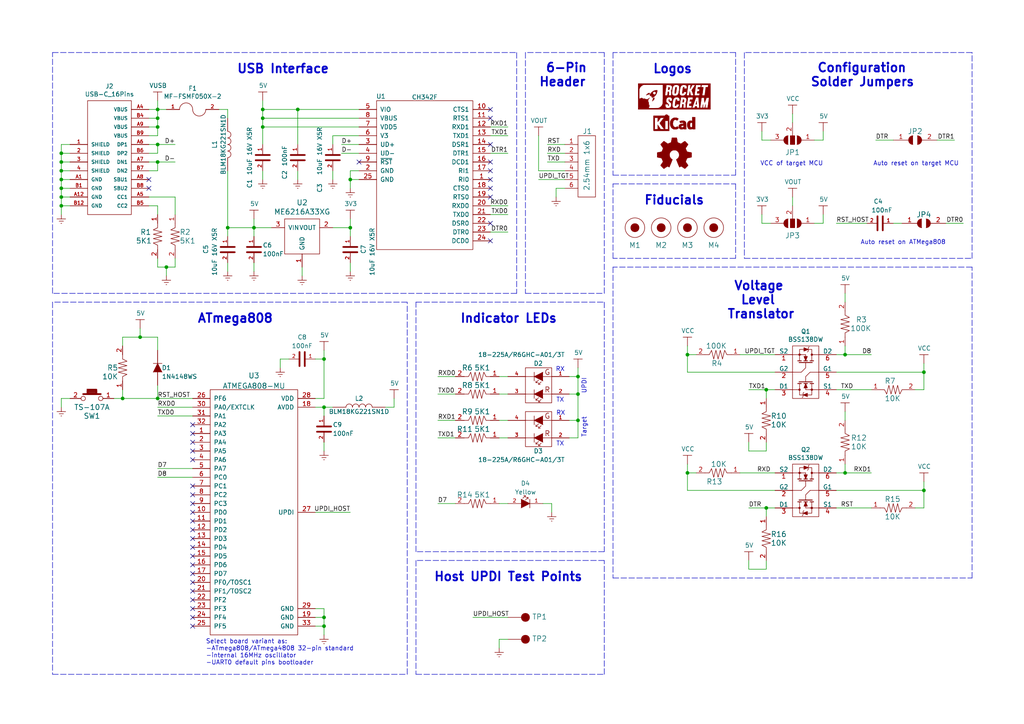
<source format=kicad_sch>
(kicad_sch (version 20211123) (generator eeschema)
  (paper "A4")
  (title_block (title "UPDI-USB-SERIAL") (date "2022-07-17") (rev "2.00") (company "Rocket Scream Electronics"))
  (junction (at 17.78 46.99))
  (junction (at 66.04 66.04))
  (junction (at 48.26 77.47))
  (junction (at 17.78 57.15))
  (junction (at 199.39 102.87))
  (junction (at 17.78 49.53))
  (junction (at 167.64 114.3))
  (junction (at 93.98 118.11))
  (junction (at 245.11 137.16))
  (junction (at 267.97 142.24))
  (junction (at 199.39 137.16))
  (junction (at 245.11 102.87))
  (junction (at 45.72 34.29))
  (junction (at 93.98 179.07))
  (junction (at 45.72 46.99))
  (junction (at 267.97 107.95))
  (junction (at 35.56 115.57))
  (junction (at 93.98 104.14))
  (junction (at 86.36 31.75))
  (junction (at 17.78 52.07))
  (junction (at 222.25 113.03))
  (junction (at 222.25 147.32))
  (junction (at 17.78 44.45))
  (junction (at 45.72 36.83))
  (junction (at 45.72 41.91))
  (junction (at 17.78 59.69))
  (junction (at 76.2 36.83))
  (junction (at 45.72 115.57))
  (junction (at 167.64 121.92))
  (junction (at 101.6 52.07))
  (junction (at 76.2 34.29))
  (junction (at 73.66 66.04))
  (junction (at 93.98 181.61))
  (junction (at 101.6 66.04))
  (junction (at 40.64 97.79))
  (junction (at 76.2 31.75))
  (junction (at 167.64 109.22))
  (junction (at 45.72 31.75))
  (junction (at 17.78 54.61))
  (no_connect (at 43.18 54.61))
  (no_connect (at 142.24 69.85))
  (no_connect (at 142.24 57.15))
  (no_connect (at 104.14 46.99))
  (no_connect (at 142.24 34.29))
  (no_connect (at 142.24 46.99))
  (no_connect (at 142.24 41.91))
  (no_connect (at 142.24 54.61))
  (no_connect (at 55.88 123.19))
  (no_connect (at 55.88 133.35))
  (no_connect (at 55.88 130.81))
  (no_connect (at 55.88 128.27))
  (no_connect (at 55.88 125.73))
  (no_connect (at 55.88 161.29))
  (no_connect (at 55.88 156.21))
  (no_connect (at 55.88 166.37))
  (no_connect (at 55.88 163.83))
  (no_connect (at 55.88 158.75))
  (no_connect (at 55.88 153.67))
  (no_connect (at 55.88 146.05))
  (no_connect (at 55.88 140.97))
  (no_connect (at 55.88 143.51))
  (no_connect (at 55.88 151.13))
  (no_connect (at 55.88 173.99))
  (no_connect (at 55.88 176.53))
  (no_connect (at 55.88 168.91))
  (no_connect (at 55.88 171.45))
  (no_connect (at 55.88 179.07))
  (no_connect (at 55.88 181.61))
  (no_connect (at 142.24 49.53))
  (no_connect (at 142.24 31.75))
  (no_connect (at 142.24 52.07))
  (no_connect (at 55.88 148.59))
  (no_connect (at 43.18 52.07))
  (no_connect (at 142.24 64.77))
  (polyline (pts (xy 120.65 162.56) (xy 120.65 195.58)))
  (wire (pts (xy 265.43 147.32) (xy 267.97 147.32)))
  (wire (pts (xy 222.25 165.1) (xy 222.25 162.56)))
  (wire (pts (xy 267.97 142.24) (xy 267.97 147.32)))
  (wire (pts (xy 43.18 41.91) (xy 45.72 41.91)))
  (wire (pts (xy 93.98 118.11) (xy 93.98 120.65)))
  (wire (pts (xy 163.83 54.61) (xy 161.29 54.61)))
  (polyline (pts (xy 177.8 53.34) (xy 213.36 53.34)))
  (polyline (pts (xy 149.86 15.24) (xy 149.86 85.09)))
  (wire (pts (xy 43.18 46.99) (xy 45.72 46.99)))
  (wire (pts (xy 104.14 36.83) (xy 76.2 36.83)))
  (wire (pts (xy 157.48 146.05) (xy 160.02 146.05)))
  (wire (pts (xy 20.32 59.69) (xy 17.78 59.69)))
  (wire (pts (xy 93.98 181.61) (xy 93.98 184.15)))
  (wire (pts (xy 214.63 102.87) (xy 224.79 102.87)))
  (wire (pts (xy 242.57 64.77) (xy 251.46 64.77)))
  (wire (pts (xy 45.72 59.69) (xy 45.72 62.23)))
  (polyline (pts (xy 281.94 74.93) (xy 281.94 15.24)))
  (wire (pts (xy 261.62 64.77) (xy 259.08 64.77)))
  (wire (pts (xy 76.2 34.29) (xy 104.14 34.29)))
  (wire (pts (xy 274.32 64.77) (xy 279.4 64.77)))
  (wire (pts (xy 224.79 142.24) (xy 199.39 142.24)))
  (wire (pts (xy 45.72 36.83) (xy 43.18 36.83)))
  (wire (pts (xy 91.44 118.11) (xy 93.98 118.11)))
  (wire (pts (xy 45.72 77.47) (xy 48.26 77.47)))
  (wire (pts (xy 267.97 107.95) (xy 267.97 113.03)))
  (wire (pts (xy 20.32 44.45) (xy 17.78 44.45)))
  (polyline (pts (xy 175.26 162.56) (xy 120.65 162.56)))
  (wire (pts (xy 267.97 139.7) (xy 267.97 142.24)))
  (wire (pts (xy 35.56 115.57) (xy 33.02 115.57)))
  (wire (pts (xy 199.39 142.24) (xy 199.39 137.16)))
  (wire (pts (xy 93.98 128.27) (xy 93.98 130.81)))
  (wire (pts (xy 104.14 44.45) (xy 99.06 44.45)))
  (wire (pts (xy 245.11 137.16) (xy 245.11 134.62)))
  (wire (pts (xy 45.72 115.57) (xy 35.56 115.57)))
  (polyline (pts (xy 281.94 77.47) (xy 177.8 77.47)))
  (wire (pts (xy 114.3 115.57) (xy 114.3 118.11)))
  (wire (pts (xy 217.17 130.81) (xy 222.25 130.81)))
  (wire (pts (xy 167.64 106.68) (xy 167.64 109.22)))
  (wire (pts (xy 45.72 74.93) (xy 45.72 77.47)))
  (wire (pts (xy 144.78 114.3) (xy 147.32 114.3)))
  (wire (pts (xy 238.76 64.77) (xy 236.22 64.77)))
  (wire (pts (xy 245.11 102.87) (xy 245.11 100.33)))
  (wire (pts (xy 220.98 40.64) (xy 223.52 40.64)))
  (wire (pts (xy 144.78 109.22) (xy 147.32 109.22)))
  (polyline (pts (xy 177.8 50.8) (xy 213.36 50.8)))
  (wire (pts (xy 144.78 127) (xy 147.32 127)))
  (wire (pts (xy 48.26 77.47) (xy 50.8 77.47)))
  (wire (pts (xy 214.63 137.16) (xy 224.79 137.16)))
  (wire (pts (xy 104.14 41.91) (xy 99.06 41.91)))
  (wire (pts (xy 167.64 114.3) (xy 165.1 114.3)))
  (wire (pts (xy 73.66 76.2) (xy 73.66 78.74)))
  (wire (pts (xy 91.44 148.59) (xy 101.6 148.59)))
  (polyline (pts (xy 120.65 195.58) (xy 175.26 195.58)))
  (wire (pts (xy 267.97 105.41) (xy 267.97 107.95)))
  (wire (pts (xy 156.21 49.53) (xy 156.21 39.37)))
  (polyline (pts (xy 213.36 74.93) (xy 177.8 74.93)))
  (polyline (pts (xy 15.24 195.58) (xy 118.11 195.58)))
  (wire (pts (xy 45.72 46.99) (xy 50.8 46.99)))
  (wire (pts (xy 45.72 41.91) (xy 50.8 41.91)))
  (wire (pts (xy 43.18 31.75) (xy 45.72 31.75)))
  (wire (pts (xy 96.52 66.04) (xy 101.6 66.04)))
  (wire (pts (xy 43.18 39.37) (xy 45.72 39.37)))
  (wire (pts (xy 242.57 142.24) (xy 267.97 142.24)))
  (wire (pts (xy 17.78 49.53) (xy 17.78 52.07)))
  (wire (pts (xy 43.18 59.69) (xy 45.72 59.69)))
  (wire (pts (xy 35.56 113.03) (xy 35.56 115.57)))
  (polyline (pts (xy 175.26 85.09) (xy 175.26 15.24)))
  (wire (pts (xy 17.78 54.61) (xy 17.78 57.15)))
  (wire (pts (xy 20.32 49.53) (xy 17.78 49.53)))
  (wire (pts (xy 104.14 39.37) (xy 96.52 39.37)))
  (wire (pts (xy 217.17 128.27) (xy 217.17 130.81)))
  (wire (pts (xy 242.57 107.95) (xy 267.97 107.95)))
  (wire (pts (xy 66.04 49.53) (xy 66.04 66.04)))
  (wire (pts (xy 161.29 54.61) (xy 161.29 57.15)))
  (wire (pts (xy 142.24 59.69) (xy 147.32 59.69)))
  (wire (pts (xy 127 127) (xy 132.08 127)))
  (wire (pts (xy 20.32 115.57) (xy 17.78 115.57)))
  (wire (pts (xy 142.24 44.45) (xy 147.32 44.45)))
  (wire (pts (xy 66.04 66.04) (xy 66.04 68.58)))
  (wire (pts (xy 45.72 138.43) (xy 55.88 138.43)))
  (wire (pts (xy 144.78 146.05) (xy 147.32 146.05)))
  (polyline (pts (xy 120.65 87.63) (xy 175.26 87.63)))
  (polyline (pts (xy 15.24 85.09) (xy 15.24 15.24)))
  (wire (pts (xy 45.72 49.53) (xy 43.18 49.53)))
  (wire (pts (xy 271.78 40.64) (xy 276.86 40.64)))
  (wire (pts (xy 111.76 118.11) (xy 114.3 118.11)))
  (wire (pts (xy 17.78 41.91) (xy 17.78 44.45)))
  (wire (pts (xy 45.72 97.79) (xy 40.64 97.79)))
  (wire (pts (xy 137.16 179.07) (xy 147.32 179.07)))
  (wire (pts (xy 66.04 31.75) (xy 66.04 34.29)))
  (polyline (pts (xy 213.36 50.8) (xy 213.36 15.24)))
  (wire (pts (xy 45.72 31.75) (xy 48.26 31.75)))
  (wire (pts (xy 40.64 97.79) (xy 35.56 97.79)))
  (wire (pts (xy 20.32 41.91) (xy 17.78 41.91)))
  (polyline (pts (xy 175.26 87.63) (xy 175.26 160.02)))
  (wire (pts (xy 144.78 185.42) (xy 144.78 187.96)))
  (wire (pts (xy 242.57 147.32) (xy 252.73 147.32)))
  (wire (pts (xy 45.72 111.76) (xy 45.72 115.57)))
  (wire (pts (xy 142.24 39.37) (xy 147.32 39.37)))
  (wire (pts (xy 238.76 62.23) (xy 238.76 64.77)))
  (wire (pts (xy 222.25 147.32) (xy 222.25 149.86)))
  (wire (pts (xy 242.57 137.16) (xy 245.11 137.16)))
  (wire (pts (xy 167.64 127) (xy 167.64 121.92)))
  (wire (pts (xy 91.44 179.07) (xy 93.98 179.07)))
  (wire (pts (xy 156.21 52.07) (xy 163.83 52.07)))
  (wire (pts (xy 40.64 95.25) (xy 40.64 97.79)))
  (wire (pts (xy 142.24 62.23) (xy 147.32 62.23)))
  (wire (pts (xy 45.72 97.79) (xy 45.72 101.6)))
  (wire (pts (xy 199.39 137.16) (xy 201.93 137.16)))
  (wire (pts (xy 83.82 104.14) (xy 81.28 104.14)))
  (wire (pts (xy 245.11 85.09) (xy 245.11 87.63)))
  (wire (pts (xy 252.73 113.03) (xy 242.57 113.03)))
  (polyline (pts (xy 149.86 85.09) (xy 15.24 85.09)))
  (wire (pts (xy 45.72 118.11) (xy 55.88 118.11)))
  (wire (pts (xy 20.32 52.07) (xy 17.78 52.07)))
  (wire (pts (xy 45.72 34.29) (xy 45.72 36.83)))
  (wire (pts (xy 158.75 44.45) (xy 163.83 44.45)))
  (wire (pts (xy 76.2 31.75) (xy 76.2 34.29)))
  (wire (pts (xy 17.78 57.15) (xy 17.78 59.69)))
  (wire (pts (xy 91.44 181.61) (xy 93.98 181.61)))
  (wire (pts (xy 43.18 34.29) (xy 45.72 34.29)))
  (wire (pts (xy 245.11 119.38) (xy 245.11 121.92)))
  (wire (pts (xy 50.8 77.47) (xy 50.8 74.93)))
  (polyline (pts (xy 281.94 167.64) (xy 281.94 77.47)))
  (wire (pts (xy 76.2 49.53) (xy 76.2 52.07)))
  (wire (pts (xy 222.25 147.32) (xy 217.17 147.32)))
  (wire (pts (xy 43.18 57.15) (xy 50.8 57.15)))
  (wire (pts (xy 127 146.05) (xy 132.08 146.05)))
  (wire (pts (xy 81.28 104.14) (xy 81.28 106.68)))
  (wire (pts (xy 165.1 127) (xy 167.64 127)))
  (wire (pts (xy 93.98 104.14) (xy 91.44 104.14)))
  (wire (pts (xy 76.2 29.21) (xy 76.2 31.75)))
  (wire (pts (xy 220.98 38.1) (xy 220.98 40.64)))
  (wire (pts (xy 76.2 31.75) (xy 86.36 31.75)))
  (polyline (pts (xy 175.26 160.02) (xy 120.65 160.02)))
  (polyline (pts (xy 215.9 15.24) (xy 215.9 74.93)))
  (polyline (pts (xy 152.4 85.09) (xy 175.26 85.09)))
  (polyline (pts (xy 281.94 15.24) (xy 215.9 15.24)))
  (wire (pts (xy 35.56 97.79) (xy 35.56 100.33)))
  (polyline (pts (xy 175.26 195.58) (xy 175.26 162.56)))
  (wire (pts (xy 160.02 146.05) (xy 160.02 148.59)))
  (wire (pts (xy 17.78 52.07) (xy 17.78 54.61)))
  (polyline (pts (xy 177.8 167.64) (xy 281.94 167.64)))
  (wire (pts (xy 45.72 29.21) (xy 45.72 31.75)))
  (wire (pts (xy 163.83 49.53) (xy 156.21 49.53)))
  (wire (pts (xy 229.87 57.15) (xy 229.87 59.69)))
  (wire (pts (xy 224.79 107.95) (xy 199.39 107.95)))
  (wire (pts (xy 20.32 57.15) (xy 17.78 57.15)))
  (wire (pts (xy 93.98 101.6) (xy 93.98 104.14)))
  (wire (pts (xy 93.98 118.11) (xy 96.52 118.11)))
  (wire (pts (xy 20.32 46.99) (xy 17.78 46.99)))
  (wire (pts (xy 76.2 36.83) (xy 76.2 34.29)))
  (wire (pts (xy 45.72 135.89) (xy 55.88 135.89)))
  (wire (pts (xy 93.98 176.53) (xy 93.98 179.07)))
  (polyline (pts (xy 175.26 15.24) (xy 152.4 15.24)))
  (wire (pts (xy 144.78 121.92) (xy 147.32 121.92)))
  (wire (pts (xy 48.26 77.47) (xy 48.26 80.01)))
  (wire (pts (xy 220.98 64.77) (xy 223.52 64.77)))
  (wire (pts (xy 238.76 40.64) (xy 238.76 38.1)))
  (wire (pts (xy 96.52 39.37) (xy 96.52 41.91)))
  (wire (pts (xy 45.72 31.75) (xy 45.72 34.29)))
  (wire (pts (xy 101.6 52.07) (xy 101.6 54.61)))
  (wire (pts (xy 104.14 52.07) (xy 101.6 52.07)))
  (wire (pts (xy 78.74 66.04) (xy 73.66 66.04)))
  (wire (pts (xy 147.32 185.42) (xy 144.78 185.42)))
  (wire (pts (xy 167.64 109.22) (xy 167.64 114.3)))
  (wire (pts (xy 45.72 41.91) (xy 45.72 44.45)))
  (wire (pts (xy 93.98 115.57) (xy 91.44 115.57)))
  (wire (pts (xy 245.11 137.16) (xy 252.73 137.16)))
  (wire (pts (xy 142.24 67.31) (xy 147.32 67.31)))
  (wire (pts (xy 93.98 104.14) (xy 93.98 115.57)))
  (wire (pts (xy 101.6 63.5) (xy 101.6 66.04)))
  (polyline (pts (xy 177.8 74.93) (xy 177.8 53.34)))
  (wire (pts (xy 104.14 31.75) (xy 86.36 31.75)))
  (wire (pts (xy 245.11 102.87) (xy 252.73 102.87)))
  (wire (pts (xy 127 114.3) (xy 132.08 114.3)))
  (wire (pts (xy 101.6 49.53) (xy 101.6 52.07)))
  (wire (pts (xy 167.64 121.92) (xy 165.1 121.92)))
  (wire (pts (xy 73.66 63.5) (xy 73.66 66.04)))
  (wire (pts (xy 217.17 162.56) (xy 217.17 165.1)))
  (wire (pts (xy 199.39 134.62) (xy 199.39 137.16)))
  (polyline (pts (xy 120.65 160.02) (xy 120.65 87.63)))
  (polyline (pts (xy 177.8 15.24) (xy 177.8 50.8)))
  (polyline (pts (xy 118.11 195.58) (xy 118.11 87.63)))
  (wire (pts (xy 254 40.64) (xy 259.08 40.64)))
  (wire (pts (xy 86.36 31.75) (xy 86.36 41.91)))
  (wire (pts (xy 199.39 102.87) (xy 201.93 102.87)))
  (polyline (pts (xy 177.8 77.47) (xy 177.8 167.64)))
  (wire (pts (xy 17.78 46.99) (xy 17.78 49.53)))
  (wire (pts (xy 236.22 40.64) (xy 238.76 40.64)))
  (wire (pts (xy 45.72 46.99) (xy 45.72 49.53)))
  (wire (pts (xy 224.79 147.32) (xy 222.25 147.32)))
  (polyline (pts (xy 118.11 87.63) (xy 15.24 87.63)))
  (wire (pts (xy 20.32 54.61) (xy 17.78 54.61)))
  (wire (pts (xy 158.75 41.91) (xy 163.83 41.91)))
  (polyline (pts (xy 213.36 15.24) (xy 177.8 15.24)))
  (wire (pts (xy 17.78 115.57) (xy 17.78 118.11)))
  (wire (pts (xy 101.6 66.04) (xy 101.6 68.58)))
  (wire (pts (xy 66.04 76.2) (xy 66.04 78.74)))
  (wire (pts (xy 222.25 130.81) (xy 222.25 128.27)))
  (wire (pts (xy 167.64 109.22) (xy 165.1 109.22)))
  (wire (pts (xy 66.04 66.04) (xy 73.66 66.04)))
  (polyline (pts (xy 215.9 74.93) (xy 281.94 74.93)))
  (wire (pts (xy 132.08 121.92) (xy 127 121.92)))
  (wire (pts (xy 86.36 49.53) (xy 86.36 52.07)))
  (wire (pts (xy 73.66 66.04) (xy 73.66 68.58)))
  (wire (pts (xy 45.72 44.45) (xy 43.18 44.45)))
  (wire (pts (xy 96.52 49.53) (xy 96.52 52.07)))
  (wire (pts (xy 45.72 39.37) (xy 45.72 36.83)))
  (wire (pts (xy 101.6 76.2) (xy 101.6 78.74)))
  (wire (pts (xy 199.39 100.33) (xy 199.39 102.87)))
  (wire (pts (xy 222.25 113.03) (xy 217.17 113.03)))
  (wire (pts (xy 167.64 121.92) (xy 167.64 114.3)))
  (wire (pts (xy 17.78 44.45) (xy 17.78 46.99)))
  (wire (pts (xy 87.63 77.47) (xy 87.63 80.01)))
  (wire (pts (xy 220.98 62.23) (xy 220.98 64.77)))
  (wire (pts (xy 91.44 176.53) (xy 93.98 176.53)))
  (polyline (pts (xy 15.24 15.24) (xy 149.86 15.24)))
  (polyline (pts (xy 213.36 53.34) (xy 213.36 74.93)))
  (wire (pts (xy 93.98 179.07) (xy 93.98 181.61)))
  (wire (pts (xy 45.72 115.57) (xy 55.88 115.57)))
  (wire (pts (xy 17.78 59.69) (xy 17.78 62.23)))
  (wire (pts (xy 142.24 36.83) (xy 147.32 36.83)))
  (polyline (pts (xy 15.24 87.63) (xy 15.24 195.58)))
  (wire (pts (xy 45.72 120.65) (xy 55.88 120.65)))
  (wire (pts (xy 217.17 165.1) (xy 222.25 165.1)))
  (wire (pts (xy 158.75 46.99) (xy 163.83 46.99)))
  (wire (pts (xy 267.97 113.03) (xy 265.43 113.03)))
  (wire (pts (xy 199.39 107.95) (xy 199.39 102.87)))
  (polyline (pts (xy 152.4 15.24) (xy 152.4 85.09)))
  (wire (pts (xy 63.5 31.75) (xy 66.04 31.75)))
  (wire (pts (xy 242.57 102.87) (xy 245.11 102.87)))
  (wire (pts (xy 224.79 113.03) (xy 222.25 113.03)))
  (wire (pts (xy 50.8 57.15) (xy 50.8 62.23)))
  (wire (pts (xy 76.2 36.83) (xy 76.2 41.91)))
  (wire (pts (xy 229.87 33.02) (xy 229.87 35.56)))
  (wire (pts (xy 222.25 113.03) (xy 222.25 115.57)))
  (wire (pts (xy 104.14 49.53) (xy 101.6 49.53)))
  (wire (pts (xy 127 109.22) (xy 132.08 109.22)))
  (text " 6-Pin\nHeader" (at 156.21 25.4 0) (effects (font (size 2.54 2.54) (thickness 0.508) bold) (justify left bottom)))
  (text "UPDI" (at 170.18 114.3 90) (effects (font (size 1.27 1.27)) (justify left bottom)))
  (text "ATmega808" (at 57.15 93.98 0) (effects (font (size 2.54 2.54) (thickness 0.508) bold) (justify left bottom)))
  (text "RX" (at 163.83 107.95 180) (effects (font (size 1.27 1.27)) (justify right bottom)))
  (text "Auto reset on ATMega808" (at 274.32 71.12 180) (effects (font (size 1.27 1.27)) (justify right bottom)))
  (text "Target" (at 170.18 127 90) (effects (font (size 1.27 1.27)) (justify left bottom)))
  (text "USB Interface" (at 68.58 21.59 0) (effects (font (size 2.54 2.54) (thickness 0.508) bold) (justify left bottom)))
  (text "RX" (at 161.29 120.65 0) (effects (font (size 1.27 1.27)) (justify left bottom)))
  (text "TX" (at 161.29 129.54 0) (effects (font (size 1.27 1.27)) (justify left bottom)))
  (text "VCC of target MCU" (at 238.76 48.26 180) (effects (font (size 1.27 1.27)) (justify right bottom)))
  (text "Host UPDI Test Points" (at 125.73 168.91 0) (effects (font (size 2.54 2.54) (thickness 0.508) bold) (justify left bottom)))
  (text "Logos" (at 189.23 21.59 0) (effects (font (size 2.54 2.54) (thickness 0.508) bold) (justify left bottom)))
  (text "TX" (at 161.29 116.84 0) (effects (font (size 1.27 1.27)) (justify left bottom)))
  (text " Configuration \nSolder Jumpers" (at 234.95 25.4 0) (effects (font (size 2.54 2.54) (thickness 0.508) bold) (justify left bottom)))
  (text "Indicator LEDs" (at 133.35 93.98 0) (effects (font (size 2.54 2.54) (thickness 0.508) bold) (justify left bottom)))
  (text "Auto reset on target MCU" (at 278.13 48.26 180) (effects (font (size 1.27 1.27)) (justify right bottom)))
  (text "Select board variant as:\n-ATmega808/ATmega4808 32-pin standard\n-internal 16MHz oscillator\n-UART0 default pins bootloader" (at 59.69 193.04 0) (effects (font (size 1.27 1.27)) (justify left bottom)))
  (text " Voltage\n  Level\nTranslator" (at 210.82 92.71 0) (effects (font (size 2.54 2.54) (thickness 0.508) bold) (justify left bottom)))
  (text "Fiducials" (at 186.69 59.69 0) (effects (font (size 2.54 2.54) (thickness 0.508) bold) (justify left bottom)))
  (label "TXD" (at 158.75 46.99 0))
  (label "RST" (at 158.75 41.91 0))
  (label "RXD1" (at 127 121.92 0))
  (label "RXD0" (at 45.72 118.11 0))
  (label "TXD1" (at 127 127 0))
  (label "DTR" (at 217.17 147.32 0))
  (label "TXD1" (at 217.17 113.03 0))
  (label "UPDI_HOST" (at 101.6 148.59 180))
  (label "D8" (at 45.72 138.43 0))
  (label "UPDI_TGT" (at 156.21 52.07 0))
  (label "DTR1" (at 147.32 44.45 180))
  (label "TXD0" (at 147.32 62.23 180))
  (label "D7" (at 45.72 135.89 0))
  (label "RXD" (at 223.52 137.16 180))
  (label "TXD0" (at 127 114.3 0))
  (label "DTR0" (at 147.32 67.31 180))
  (label "RXD1" (at 147.32 36.83 180))
  (label "RXD1" (at 252.73 137.16 180))
  (label "TXD" (at 243.84 113.03 0))
  (label "RST" (at 243.84 147.32 0))
  (label "D-" (at 99.06 44.45 0))
  (label "TXD0" (at 45.72 120.65 0))
  (label "DTR1" (at 276.86 40.64 180))
  (label "RST_HOST" (at 45.72 115.57 0))
  (label "RXD0" (at 147.32 59.69 180))
  (label "RST_HOST" (at 242.57 64.77 0))
  (label "D+" (at 50.8 41.91 180))
  (label "D8" (at 252.73 102.87 180))
  (label "D-" (at 50.8 46.99 180))
  (label "TXD1" (at 147.32 39.37 180))
  (label "UPDI_TGT" (at 224.79 102.87 180))
  (label "UPDI_HOST" (at 137.16 179.07 0))
  (label "DTR" (at 254 40.64 0))
  (label "D7" (at 127 146.05 0))
  (label "DTR0" (at 279.4 64.77 180))
  (label "RXD0" (at 127 109.22 0))
  (label "D+" (at 99.06 41.91 0))
  (label "RXD" (at 158.75 44.45 0))
  (symbol (lib_id "RocketScreamKiCadLib:GND") (at 17.78 62.23 0) (unit 1)
    (property "Reference" "#PWR013" (effects hide))
    (property "Value" "GND" (effects hide))
  )
  (symbol (lib_id "RocketScreamKiCadLib:CAPACITOR-CERAMIC") (at 66.04 72.39 0) (unit 1)
    (property "Reference" "C5" (at 59.69 73.66 90) (effects (justify left)))
    (property "Value" "10uF 16V X5R" (at 62.23 80.01 90) (effects (justify left)))
    (property "Footprint" "RocketScreamKiCadLib:C_0603" (effects hide))
  )
  (symbol (lib_id "RocketScreamKiCadLib:CAPACITOR-CERAMIC") (at 76.2 45.72 0) (unit 1)
    (property "Reference" "C1" (at 72.39 54.61 90) (effects (justify left)))
    (property "Value" "10uF 16V X5R" (at 72.39 50.8 90) (effects (justify left)))
    (property "Footprint" "RocketScreamKiCadLib:C_0603" (effects hide))
  )
  (symbol (lib_id "RocketScreamKiCadLib:CAPACITOR-CERAMIC") (at 86.36 45.72 0) (unit 1)
    (property "Reference" "C2" (at 82.55 52.07 90) (effects (justify left)))
    (property "Value" "100nF" (at 82.55 48.26 90) (effects (justify left)))
    (property "Footprint" "RocketScreamKiCadLib:C_0603" (effects hide))
  )
  (symbol (lib_id "RocketScreamKiCadLib:GND") (at 66.04 78.74 0) (unit 1)
    (property "Reference" "#PWR018" (effects hide))
    (property "Value" "GND" (effects hide))
  )
  (symbol (lib_id "RocketScreamKiCadLib:CONN-HDR-1x6") (at 170.18 48.26 0) (mirror y) (unit 1)
    (property "Reference" "J1" (at 168.91 38.1 0) (effects (font (size 1.524 1.524)) (justify right)))
    (property "Value" "2.54mm 1x6" (at 170.18 40.64 90) (effects (font (size 1.524 1.524)) (justify right)))
    (property "Footprint" "RocketScreamKiCadLib:RCP_1x6_Pitch2.54mm_RightAngle" (effects hide))
  )
  (symbol (lib_id "RocketScreamKiCadLib:GND") (at 161.29 57.15 0) (unit 1)
    (property "Reference" "#PWR07" (effects hide))
    (property "Value" "GND" (effects hide))
  )
  (symbol (lib_id "RocketScreamKiCadLib:VCC") (at 229.87 33.02 0) (unit 1)
    (property "Reference" "#PWR04" (effects hide))
    (property "Value" "VCC" (at 229.997 28.6258 0))
  )
  (symbol (lib_id "RocketScreamKiCadLib:RESISTOR") (at 138.43 127 180) (unit 1)
    (property "Reference" "R11" (at 137.16 124.46 0) (effects (font (size 1.524 1.524)) (justify left)))
    (property "Value" "5K1" (at 142.24 124.46 0) (effects (font (size 1.524 1.524)) (justify left)))
    (property "Footprint" "RocketScreamKiCadLib:R_0603" (effects hide))
  )
  (symbol (lib_id "RocketScreamKiCadLib:RESISTOR") (at 138.43 121.92 180) (unit 1)
    (property "Reference" "R9" (at 137.16 119.38 0) (effects (font (size 1.524 1.524)) (justify left)))
    (property "Value" "5K1" (at 142.24 119.38 0) (effects (font (size 1.524 1.524)) (justify left)))
    (property "Footprint" "RocketScreamKiCadLib:R_0603" (effects hide))
  )
  (symbol (lib_id "RocketScreamKiCadLib:LOGO-OSHW") (at 195.58 44.45 0) (unit 1)
    (property "Reference" "LOGO2" (effects hide))
    (property "Value" "LOGO-OSHW" (effects hide))
    (property "Footprint" "RocketScreamKiCadLib:LOGO-OSHW_XSmall" (effects hide))
  )
  (symbol (lib_id "RocketScreamKiCadLib:LOGO-ROCKET-SCREAM-HORIZONTAL") (at 195.58 27.94 0) (unit 1)
    (property "Reference" "LOGO1" (effects hide))
    (property "Value" "LOGO-ROCKET-SCREAM-HORIZONTAL" (effects hide))
    (property "Footprint" "RocketScreamKiCadLib:LOGO-ROCKET-SCREAM_Horizontal_XSmall" (effects hide))
  )
  (symbol (lib_id "RocketScreamKiCadLib:LOGO-KICAD") (at 195.58 35.56 0) (unit 1)
    (property "Reference" "LOGO3" (effects hide))
    (property "Value" "LOGO-KICAD" (effects hide))
    (property "Footprint" "RocketScreamKiCadLib:LOGO-KICAD_XXXSmall" (effects hide))
  )
  (symbol (lib_id "RocketScreamKiCadLib:JUMPER-2-WAY") (at 229.87 40.64 180) (unit 1)
    (property "Reference" "JP1" (at 229.87 44.196 0) (effects (font (size 1.524 1.524))))
    (property "Value" "JUMPER-2-WAY" (effects hide))
    (property "Footprint" "RocketScreamKiCadLib:JUMPER-2-WAY-SMD" (effects hide))
  )
  (symbol (lib_id "RocketScreamKiCadLib:5V") (at 238.76 38.1 0) (unit 1)
    (property "Reference" "#PWR06" (effects hide))
    (property "Value" "5V" (at 238.887 33.7058 0))
  )
  (symbol (lib_id "RocketScreamKiCadLib:3V3") (at 220.98 38.1 0) (unit 1)
    (property "Reference" "#PWR05" (effects hide))
    (property "Value" "3V3" (at 221.107 33.7058 0))
  )
  (symbol (lib_id "RocketScreamKiCadLib:CAPACITOR-CERAMIC") (at 87.63 104.14 270) (unit 1)
    (property "Reference" "C8" (at 87.63 97.79 90))
    (property "Value" "100nF" (at 87.63 100.33 90))
    (property "Footprint" "RocketScreamKiCadLib:C_0603" (effects hide))
  )
  (symbol (lib_id "RocketScreamKiCadLib:CAPACITOR-CERAMIC") (at 93.98 124.46 0) (unit 1)
    (property "Reference" "C9" (at 96.52 123.19 0) (effects (justify left)))
    (property "Value" "100nF" (at 96.52 125.73 0) (effects (justify left)))
    (property "Footprint" "RocketScreamKiCadLib:C_0603" (effects hide))
  )
  (symbol (lib_id "RocketScreamKiCadLib:TACT-SWITCH_2Pins") (at 26.67 115.57 0) (mirror y) (unit 1)
    (property "Reference" "SW1" (at 26.67 120.65 0) (effects (font (size 1.524 1.524))))
    (property "Value" "TS-107A" (at 26.67 118.11 0) (effects (font (size 1.524 1.524))))
    (property "Footprint" "RocketScreamKiCadLib:TS-107A" (effects hide))
  )
  (symbol (lib_id "RocketScreamKiCadLib:RESISTOR") (at 35.56 106.68 90) (unit 1)
    (property "Reference" "R5" (at 34.29 106.68 90) (effects (font (size 1.524 1.524)) (justify left)))
    (property "Value" "10K" (at 34.29 109.22 90) (effects (font (size 1.524 1.524)) (justify left)))
    (property "Footprint" "RocketScreamKiCadLib:R_0603" (effects hide))
  )
  (symbol (lib_id "RocketScreamKiCadLib:GND") (at 17.78 118.11 0) (unit 1)
    (property "Reference" "#PWR031" (effects hide))
    (property "Value" "GND" (effects hide))
  )
  (symbol (lib_id "RocketScreamKiCadLib:FUSE") (at 55.88 31.75 0) (unit 1)
    (property "Reference" "F1" (at 55.88 25.654 0))
    (property "Value" "MF-FSMF050X-2" (at 55.88 27.9654 0))
    (property "Footprint" "RocketScreamKiCadLib:MF-FSMF" (effects hide))
    (property "Datasheet" "https://www.bourns.com/docs/Product-Datasheets/mffsmf.pdf" (effects hide))
  )
  (symbol (lib_id "RocketScreamKiCadLib:VUSB") (at 45.72 29.21 0) (unit 1)
    (property "Reference" "#PWR02" (effects hide))
    (property "Value" "VUSB" (at 45.847 24.8158 0))
  )
  (symbol (lib_id "RocketScreamKiCadLib:GND") (at 81.28 106.68 0) (unit 1)
    (property "Reference" "#PWR028" (effects hide))
    (property "Value" "GND" (effects hide))
  )
  (symbol (lib_id "RocketScreamKiCadLib:DIODE") (at 45.72 106.68 270) (unit 1)
    (property "Reference" "D1" (at 48.26 106.68 90))
    (property "Value" "1N4148WS" (at 52.07 109.22 90))
    (property "Footprint" "RocketScreamKiCadLib:SOD-323" (effects hide))
  )
  (symbol (lib_id "RocketScreamKiCadLib:BSS138DW") (at 233.68 107.95 270) (unit 1)
    (property "Reference" "Q1" (at 233.68 96.139 90))
    (property "Value" "BSS138DW" (at 233.68 98.4504 90))
    (property "Footprint" "RocketScreamKiCadLib:SOT-363_Diodes_Inc" (effects hide))
    (property "Datasheet" "https://www.diodes.com/assets/Datasheets/ds30203.pdf" (effects hide))
  )
  (symbol (lib_id "RocketScreamKiCadLib:BSS138DW") (at 233.68 142.24 270) (unit 1)
    (property "Reference" "Q2" (at 233.68 130.429 90))
    (property "Value" "BSS138DW" (at 233.68 132.7404 90))
    (property "Footprint" "RocketScreamKiCadLib:SOT-363_Diodes_Inc" (effects hide))
    (property "Datasheet" "https://www.diodes.com/assets/Datasheets/ds30203.pdf" (effects hide))
  )
  (symbol (lib_id "RocketScreamKiCadLib:RESISTOR") (at 208.28 102.87 180) (unit 1)
    (property "Reference" "R4" (at 209.55 105.41 0) (effects (font (size 1.524 1.524)) (justify left)))
    (property "Value" "100K" (at 210.82 100.33 0) (effects (font (size 1.524 1.524)) (justify left)))
    (property "Footprint" "RocketScreamKiCadLib:R_0603" (effects hide))
  )
  (symbol (lib_id "RocketScreamKiCadLib:RESISTOR") (at 245.11 93.98 90) (unit 1)
    (property "Reference" "R3" (at 251.46 92.71 90) (effects (font (size 1.524 1.524)) (justify left)))
    (property "Value" "100K" (at 252.73 95.25 90) (effects (font (size 1.524 1.524)) (justify left)))
    (property "Footprint" "RocketScreamKiCadLib:R_0603" (effects hide))
  )
  (symbol (lib_id "RocketScreamKiCadLib:RESISTOR") (at 259.08 113.03 0) (unit 1)
    (property "Reference" "R7" (at 256.54 110.49 0) (effects (font (size 1.524 1.524)) (justify left)))
    (property "Value" "10K" (at 256.54 115.57 0) (effects (font (size 1.524 1.524)) (justify left)))
    (property "Footprint" "RocketScreamKiCadLib:R_0603" (effects hide))
  )
  (symbol (lib_id "RocketScreamKiCadLib:RESISTOR") (at 222.25 121.92 270) (unit 1)
    (property "Reference" "R10" (at 223.52 120.65 90) (effects (font (size 1.524 1.524)) (justify left)))
    (property "Value" "10K" (at 223.52 123.19 90) (effects (font (size 1.524 1.524)) (justify left)))
    (property "Footprint" "RocketScreamKiCadLib:R_0603" (effects hide))
  )
  (symbol (lib_id "RocketScreamKiCadLib:RESISTOR") (at 208.28 137.16 180) (unit 1)
    (property "Reference" "R13" (at 209.55 139.7 0) (effects (font (size 1.524 1.524)) (justify left)))
    (property "Value" "10K" (at 210.82 134.62 0) (effects (font (size 1.524 1.524)) (justify left)))
    (property "Footprint" "RocketScreamKiCadLib:R_0603" (effects hide))
  )
  (symbol (lib_id "RocketScreamKiCadLib:RESISTOR") (at 259.08 147.32 0) (unit 1)
    (property "Reference" "R15" (at 256.54 144.78 0) (effects (font (size 1.524 1.524)) (justify left)))
    (property "Value" "10K" (at 256.54 149.86 0) (effects (font (size 1.524 1.524)) (justify left)))
    (property "Footprint" "RocketScreamKiCadLib:R_0603" (effects hide))
  )
  (symbol (lib_id "RocketScreamKiCadLib:RESISTOR") (at 222.25 156.21 270) (unit 1)
    (property "Reference" "R16" (at 223.52 154.94 90) (effects (font (size 1.524 1.524)) (justify left)))
    (property "Value" "10K" (at 223.52 157.48 90) (effects (font (size 1.524 1.524)) (justify left)))
    (property "Footprint" "RocketScreamKiCadLib:R_0603" (effects hide))
  )
  (symbol (lib_id "RocketScreamKiCadLib:RESISTOR") (at 245.11 128.27 90) (unit 1)
    (property "Reference" "R12" (at 251.46 127 90) (effects (font (size 1.524 1.524)) (justify left)))
    (property "Value" "10K" (at 251.46 129.54 90) (effects (font (size 1.524 1.524)) (justify left)))
    (property "Footprint" "RocketScreamKiCadLib:R_0603" (effects hide))
  )
  (symbol (lib_id "RocketScreamKiCadLib:CAPACITOR-CERAMIC") (at 255.27 64.77 270) (unit 1)
    (property "Reference" "C4" (at 253.365 58.42 90) (effects (justify left)))
    (property "Value" "100nF" (at 252.73 60.96 90) (effects (justify left)))
    (property "Footprint" "RocketScreamKiCadLib:C_0603" (effects hide))
  )
  (symbol (lib_id "RocketScreamKiCadLib:VCC") (at 199.39 100.33 0) (unit 1)
    (property "Reference" "#PWR025" (effects hide))
    (property "Value" "VCC" (at 199.517 95.9358 0))
  )
  (symbol (lib_id "RocketScreamKiCadLib:INDUCTOR") (at 66.04 41.91 270) (unit 1)
    (property "Reference" "L1" (at 62.23 41.91 0))
    (property "Value" "BLM18KG221SN1D" (at 64.77 41.91 0))
    (property "Footprint" "RocketScreamKiCadLib:I_0603" (effects hide))
  )
  (symbol (lib_id "RocketScreamKiCadLib:3V3") (at 101.6 63.5 0) (unit 1)
    (property "Reference" "#PWR017" (effects hide))
    (property "Value" "3V3" (at 101.727 59.1058 0))
  )
  (symbol (lib_id "RocketScreamKiCadLib:USB-C_16Pins") (at 31.75 45.72 0) (unit 1)
    (property "Reference" "J2" (at 31.75 25.019 0))
    (property "Value" "USB-C_16Pins" (at 31.75 27.3304 0))
    (property "Footprint" "RocketScreamKiCadLib:TYPE-C16PIN" (effects hide))
  )
  (symbol (lib_id "RocketScreamKiCadLib:RESISTOR") (at 45.72 68.58 270) (unit 1)
    (property "Reference" "R1" (at 40.64 67.31 90) (effects (font (size 1.524 1.524)) (justify left)))
    (property "Value" "5K1" (at 39.37 69.85 90) (effects (font (size 1.524 1.524)) (justify left)))
    (property "Footprint" "RocketScreamKiCadLib:R_0603" (effects hide))
  )
  (symbol (lib_id "RocketScreamKiCadLib:RESISTOR") (at 50.8 68.58 270) (unit 1)
    (property "Reference" "R2" (at 52.07 67.31 90) (effects (font (size 1.524 1.524)) (justify left)))
    (property "Value" "5K1" (at 52.07 69.85 90) (effects (font (size 1.524 1.524)) (justify left)))
    (property "Footprint" "RocketScreamKiCadLib:R_0603" (effects hide))
  )
  (symbol (lib_id "RocketScreamKiCadLib:CAPACITOR-CERAMIC") (at 73.66 72.39 0) (unit 1)
    (property "Reference" "C6" (at 76.2 71.12 0) (effects (justify left)))
    (property "Value" "100nF" (at 76.2 73.66 0) (effects (justify left)))
    (property "Footprint" "RocketScreamKiCadLib:C_0603" (effects hide))
  )
  (symbol (lib_id "RocketScreamKiCadLib:5V") (at 73.66 63.5 0) (unit 1)
    (property "Reference" "#PWR016" (effects hide))
    (property "Value" "5V" (at 73.787 59.1058 0))
  )
  (symbol (lib_id "RocketScreamKiCadLib:GND") (at 73.66 78.74 0) (unit 1)
    (property "Reference" "#PWR019" (effects hide))
    (property "Value" "GND" (effects hide))
  )
  (symbol (lib_id "RocketScreamKiCadLib:JUMPER-1-WAY") (at 267.97 64.77 0) (unit 1)
    (property "Reference" "JP4" (at 267.97 62.23 0) (effects (font (size 1.524 1.524))))
    (property "Value" "JUMPER-1-WAY" (effects hide))
    (property "Footprint" "RocketScreamKiCadLib:JUMPER-1-WAY-SMD" (effects hide))
  )
  (symbol (lib_id "RocketScreamKiCadLib:GND") (at 48.26 80.01 0) (unit 1)
    (property "Reference" "#PWR021" (effects hide))
    (property "Value" "GND" (effects hide))
  )
  (symbol (lib_id "RocketScreamKiCadLib:JUMPER-1-WAY") (at 265.43 40.64 0) (unit 1)
    (property "Reference" "JP2" (at 265.43 38.1 0) (effects (font (size 1.524 1.524))))
    (property "Value" "JUMPER-1-WAY" (effects hide))
    (property "Footprint" "RocketScreamKiCadLib:JUMPER-1-WAY-SMD" (effects hide))
  )
  (symbol (lib_id "RocketScreamKiCadLib:VCC") (at 267.97 105.41 0) (unit 1)
    (property "Reference" "#PWR027" (effects hide))
    (property "Value" "VCC" (at 268.097 101.0158 0))
  )
  (symbol (lib_name "TEST-PAD_1") (lib_id "RocketScreamKiCadLib:TEST-PAD") (at 151.13 179.07 270) (unit 1)
    (property "Reference" "TP1" (at 154.305 178.8922 90) (effects (font (size 1.524 1.524)) (justify left)))
    (property "Value" "TEST-PAD" (effects hide))
    (property "Footprint" "RocketScreamKiCadLib:TEST-PAD-1.5MM" (effects hide))
  )
  (symbol (lib_id "RocketScreamKiCadLib:TEST-PAD") (at 151.13 185.42 270) (unit 1)
    (property "Reference" "TP2" (at 154.305 185.2422 90) (effects (font (size 1.524 1.524)) (justify left)))
    (property "Value" "TEST-PAD" (effects hide))
    (property "Footprint" "RocketScreamKiCadLib:TEST-PAD-1.5MM" (effects hide))
  )
  (symbol (lib_id "RocketScreamKiCadLib:VCC") (at 199.39 134.62 0) (unit 1)
    (property "Reference" "#PWR035" (effects hide))
    (property "Value" "VCC" (at 199.517 130.2258 0))
  )
  (symbol (lib_id "RocketScreamKiCadLib:GND") (at 144.78 187.96 0) (unit 1)
    (property "Reference" "#PWR040" (effects hide))
    (property "Value" "GND" (effects hide))
  )
  (symbol (lib_id "RocketScreamKiCadLib:VCC") (at 267.97 139.7 0) (unit 1)
    (property "Reference" "#PWR036" (effects hide))
    (property "Value" "VCC" (at 268.097 135.3058 0))
  )
  (symbol (lib_id "RocketScreamKiCadLib:JUMPER-2-WAY") (at 229.87 64.77 180) (unit 1)
    (property "Reference" "JP3" (at 229.87 68.326 0) (effects (font (size 1.524 1.524))))
    (property "Value" "JUMPER-2-WAY" (effects hide))
    (property "Footprint" "RocketScreamKiCadLib:JUMPER-2-WAY-SMD" (effects hide))
  )
  (symbol (lib_id "RocketScreamKiCadLib:3V3") (at 220.98 62.23 0) (unit 1)
    (property "Reference" "#PWR014" (effects hide))
    (property "Value" "3V3" (at 221.107 57.8358 0))
  )
  (symbol (lib_id "RocketScreamKiCadLib:5V") (at 238.76 62.23 0) (unit 1)
    (property "Reference" "#PWR015" (effects hide))
    (property "Value" "5V" (at 238.887 57.8358 0))
  )
  (symbol (lib_id "RocketScreamKiCadLib:VOUT") (at 229.87 57.15 0) (unit 1)
    (property "Reference" "#PWR012" (effects hide))
    (property "Value" "VOUT" (at 229.997 52.7558 0))
  )
  (symbol (lib_id "RocketScreamKiCadLib:5V") (at 76.2 29.21 0) (unit 1)
    (property "Reference" "#PWR03" (effects hide))
    (property "Value" "5V" (at 76.327 24.8158 0))
  )
  (symbol (lib_id "RocketScreamKiCadLib:VOUT") (at 156.21 39.37 0) (unit 1)
    (property "Reference" "#PWR01" (effects hide))
    (property "Value" "VOUT" (at 156.337 34.9758 0))
  )
  (symbol (lib_id "RocketScreamKiCadLib:CAPACITOR-CERAMIC") (at 101.6 72.39 0) (unit 1)
    (property "Reference" "C7" (at 105.41 73.66 90) (effects (justify left)))
    (property "Value" "10uF 16V X5R" (at 107.95 80.01 90) (effects (justify left)))
    (property "Footprint" "RocketScreamKiCadLib:C_0603" (effects hide))
  )
  (symbol (lib_id "RocketScreamKiCadLib:GND") (at 101.6 54.61 0) (unit 1)
    (property "Reference" "#PWR011" (effects hide))
    (property "Value" "GND" (effects hide))
  )
  (symbol (lib_id "RocketScreamKiCadLib:ME6216AxxXG") (at 87.63 66.04 0) (unit 1)
    (property "Reference" "U2" (at 87.63 58.7502 0) (effects (font (size 1.524 1.524))))
    (property "Value" "ME6216A33XG" (at 87.63 61.4426 0) (effects (font (size 1.524 1.524))))
    (property "Footprint" "RocketScreamKiCadLib:SOT-23" (effects hide))
    (property "Datasheet" "https://datasheet.lcsc.com/szlcsc/Nanjing-Micro-One-Elec-ME6216A33M3G_C126466.pdf" (effects hide))
  )
  (symbol (lib_id "RocketScreamKiCadLib:GND") (at 87.63 80.01 0) (unit 1)
    (property "Reference" "#PWR022" (effects hide))
    (property "Value" "GND" (effects hide))
  )
  (symbol (lib_id "RocketScreamKiCadLib:GND") (at 101.6 78.74 0) (unit 1)
    (property "Reference" "#PWR020" (effects hide))
    (property "Value" "GND" (effects hide))
  )
  (symbol (lib_id "RocketScreamKiCadLib:GND") (at 76.2 52.07 0) (unit 1)
    (property "Reference" "#PWR08" (effects hide))
    (property "Value" "GND" (effects hide))
  )
  (symbol (lib_id "RocketScreamKiCadLib:GND") (at 86.36 52.07 0) (unit 1)
    (property "Reference" "#PWR09" (effects hide))
    (property "Value" "GND" (effects hide))
  )
  (symbol (lib_id "RocketScreamKiCadLib:CAPACITOR-CERAMIC") (at 96.52 45.72 0) (unit 1)
    (property "Reference" "C3" (at 92.71 55.88 90) (effects (justify left)))
    (property "Value" "10uF 16V X5R" (at 92.71 50.8 90) (effects (justify left)))
    (property "Footprint" "RocketScreamKiCadLib:C_0603" (effects hide))
  )
  (symbol (lib_id "RocketScreamKiCadLib:GND") (at 96.52 52.07 0) (unit 1)
    (property "Reference" "#PWR010" (effects hide))
    (property "Value" "GND" (effects hide))
  )
  (symbol (lib_id "RocketScreamKiCadLib:RESISTOR") (at 138.43 109.22 180) (unit 1)
    (property "Reference" "R6" (at 137.16 106.68 0) (effects (font (size 1.524 1.524)) (justify left)))
    (property "Value" "5K1" (at 142.24 106.68 0) (effects (font (size 1.524 1.524)) (justify left)))
    (property "Footprint" "RocketScreamKiCadLib:R_0603" (effects hide))
  )
  (symbol (lib_id "RocketScreamKiCadLib:RESISTOR") (at 138.43 114.3 180) (unit 1)
    (property "Reference" "R8" (at 137.16 111.76 0) (effects (font (size 1.524 1.524)) (justify left)))
    (property "Value" "5K1" (at 142.24 111.76 0) (effects (font (size 1.524 1.524)) (justify left)))
    (property "Footprint" "RocketScreamKiCadLib:R_0603" (effects hide))
  )
  (symbol (lib_id "RocketScreamKiCadLib:LED-DUAL") (at 156.21 124.46 0) (unit 1)
    (property "Reference" "D3" (at 157.48 130.81 0) (effects (justify right)))
    (property "Value" "18-225A/R6GHC-A01/3T" (at 163.83 133.35 0) (effects (justify right)))
    (property "Footprint" "RocketScreamKiCadLib:LED-18-225" (effects hide))
  )
  (symbol (lib_id "RocketScreamKiCadLib:LED-DUAL") (at 156.21 111.76 0) (unit 1)
    (property "Reference" "D2" (at 157.48 105.41 0) (effects (justify right)))
    (property "Value" "18-225A/R6GHC-A01/3T" (at 163.83 102.87 0) (effects (justify right)))
    (property "Footprint" "RocketScreamKiCadLib:LED-18-225" (effects hide))
  )
  (symbol (lib_id "RocketScreamKiCadLib:5V") (at 217.17 128.27 0) (unit 1)
    (property "Reference" "#PWR033" (effects hide))
    (property "Value" "5V" (at 217.297 123.8758 0))
  )
  (symbol (lib_id "RocketScreamKiCadLib:5V") (at 245.11 119.38 0) (unit 1)
    (property "Reference" "#PWR032" (effects hide))
    (property "Value" "5V" (at 245.237 114.9858 0))
  )
  (symbol (lib_id "RocketScreamKiCadLib:FIDUCIAL") (at 191.77 67.31 0) (unit 1)
    (property "Reference" "M2" (at 191.77 71.12 0) (effects (font (size 1.524 1.524))))
    (property "Value" "FIDUCIAL" (effects hide))
    (property "Footprint" "RocketScreamKiCadLib:FIDUCIAL-0.5MM_CROSS" (effects hide))
  )
  (symbol (lib_id "RocketScreamKiCadLib:5V") (at 167.64 106.68 0) (unit 1)
    (property "Reference" "#PWR029" (effects hide))
    (property "Value" "5V" (at 167.767 102.2858 0))
  )
  (symbol (lib_id "RocketScreamKiCadLib:FIDUCIAL") (at 199.39 67.31 0) (unit 1)
    (property "Reference" "M3" (at 199.39 71.12 0) (effects (font (size 1.524 1.524))))
    (property "Value" "FIDUCIAL" (effects hide))
    (property "Footprint" "RocketScreamKiCadLib:FIDUCIAL-0.5MM_CROSS" (effects hide))
  )
  (symbol (lib_id "RocketScreamKiCadLib:5V") (at 245.11 85.09 0) (unit 1)
    (property "Reference" "#PWR023" (effects hide))
    (property "Value" "5V" (at 245.237 80.6958 0))
  )
  (symbol (lib_id "RocketScreamKiCadLib:CH342F") (at 123.19 50.8 0) (unit 1)
    (property "Reference" "U1" (at 110.49 27.94 0))
    (property "Value" "CH342F" (at 123.19 28.1741 0))
    (property "Footprint" "RocketScreamKiCadLib:QFN-24_4x4mm_Pitch0.5mm" (effects hide))
    (property "Datasheet" "http://www.wch-ic.com/downloads/CH342DS1_PDF.html" (effects hide))
  )
  (symbol (lib_id "RocketScreamKiCadLib:LED-SINGLE") (at 152.4 146.05 180) (unit 1)
    (property "Reference" "D4" (at 152.4 140.1912 0))
    (property "Value" "Yellow" (at 152.4 142.7281 0))
    (property "Footprint" "RocketScreamKiCadLib:LED_0603" (effects hide))
  )
  (symbol (lib_id "RocketScreamKiCadLib:FIDUCIAL") (at 207.01 67.31 0) (unit 1)
    (property "Reference" "M4" (at 207.01 71.12 0) (effects (font (size 1.524 1.524))))
    (property "Value" "FIDUCIAL" (effects hide))
    (property "Footprint" "RocketScreamKiCadLib:FIDUCIAL-0.5MM_CROSS" (effects hide))
  )
  (symbol (lib_id "RocketScreamKiCadLib:RESISTOR") (at 138.43 146.05 180) (unit 1)
    (property "Reference" "R14" (at 137.16 143.51 0) (effects (font (size 1.524 1.524)) (justify left)))
    (property "Value" "5K1" (at 142.24 143.51 0) (effects (font (size 1.524 1.524)) (justify left)))
    (property "Footprint" "RocketScreamKiCadLib:R_0603" (effects hide))
  )
  (symbol (lib_id "RocketScreamKiCadLib:INDUCTOR") (at 104.14 118.11 0) (unit 1)
    (property "Reference" "L2" (at 104.14 115.57 0))
    (property "Value" "BLM18KG221SN1D" (at 104.14 119.38 0))
    (property "Footprint" "RocketScreamKiCadLib:I_0603" (effects hide))
  )
  (symbol (lib_id "RocketScreamKiCadLib:FIDUCIAL") (at 184.15 67.31 0) (unit 1)
    (property "Reference" "M1" (at 184.15 71.12 0) (effects (font (size 1.524 1.524))))
    (property "Value" "FIDUCIAL" (effects hide))
    (property "Footprint" "RocketScreamKiCadLib:FIDUCIAL-0.5MM_CROSS" (effects hide))
  )
  (symbol (lib_id "RocketScreamKiCadLib:GND") (at 93.98 184.15 0) (unit 1)
    (property "Reference" "#PWR039" (effects hide))
    (property "Value" "GND" (effects hide))
  )
  (symbol (lib_id "RocketScreamKiCadLib:5V") (at 93.98 101.6 0) (unit 1)
    (property "Reference" "#PWR026" (effects hide))
    (property "Value" "5V" (at 94.107 97.2058 0))
  )
  (symbol (lib_id "RocketScreamKiCadLib:GND") (at 160.02 148.59 0) (unit 1)
    (property "Reference" "#PWR037" (effects hide))
    (property "Value" "GND" (effects hide))
  )
  (symbol (lib_id "RocketScreamKiCadLib:5V") (at 114.3 115.57 0) (unit 1)
    (property "Reference" "#PWR030" (effects hide))
    (property "Value" "5V" (at 114.427 111.1758 0))
  )
  (symbol (lib_id "RocketScreamKiCadLib:ATMEGAx808-Mx") (at 73.66 148.59 0) (unit 1)
    (property "Reference" "U3" (at 73.66 108.9459 0) (effects (font (size 1.524 1.524))))
    (property "Value" "ATMEGA808-MU" (at 73.66 111.9393 0) (effects (font (size 1.524 1.524))))
    (property "Footprint" "RocketScreamKiCadLib:QFN-32_5x5mm_Pitch0.5mm" (effects hide))
    (property "Datasheet" "http://ww1.microchip.com/downloads/en/DeviceDoc/ATmega808-1608-3208-4808-32-Pin-40002017C.pdf" (effects hide))
  )
  (symbol (lib_id "RocketScreamKiCadLib:5V") (at 217.17 162.56 0) (unit 1)
    (property "Reference" "#PWR038" (effects hide))
    (property "Value" "5V" (at 217.297 158.1658 0))
  )
  (symbol (lib_id "RocketScreamKiCadLib:GND") (at 93.98 130.81 0) (unit 1)
    (property "Reference" "#PWR034" (effects hide))
    (property "Value" "GND" (effects hide))
  )
  (symbol (lib_id "RocketScreamKiCadLib:5V") (at 40.64 95.25 0) (unit 1)
    (property "Reference" "#PWR024" (effects hide))
    (property "Value" "5V" (at 40.767 90.8558 0))
  )
)
</source>
